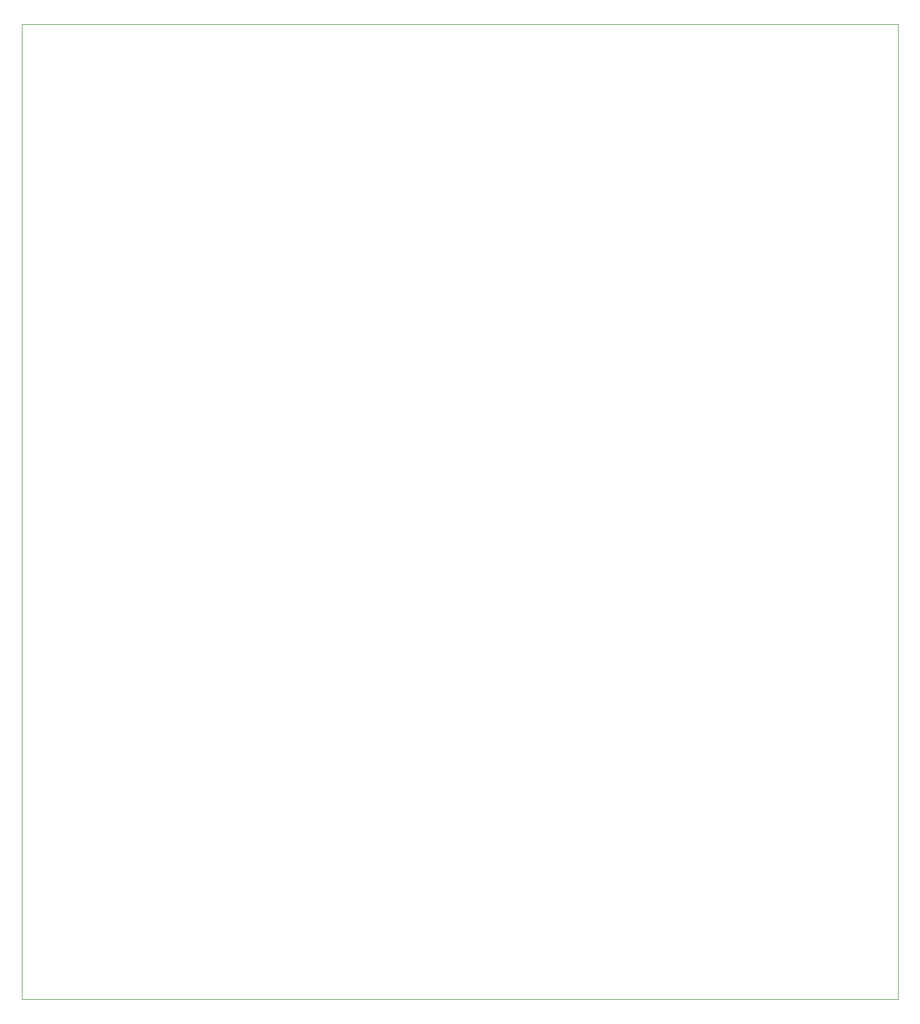
<source format=gm1>
%TF.GenerationSoftware,KiCad,Pcbnew,9.0.2*%
%TF.CreationDate,2025-06-02T11:57:39-04:00*%
%TF.ProjectId,Capstone_Interfacing_PCB,43617073-746f-46e6-955f-496e74657266,v0*%
%TF.SameCoordinates,Original*%
%TF.FileFunction,Profile,NP*%
%FSLAX46Y46*%
G04 Gerber Fmt 4.6, Leading zero omitted, Abs format (unit mm)*
G04 Created by KiCad (PCBNEW 9.0.2) date 2025-06-02 11:57:39*
%MOMM*%
%LPD*%
G01*
G04 APERTURE LIST*
%TA.AperFunction,Profile*%
%ADD10C,0.050000*%
%TD*%
G04 APERTURE END LIST*
D10*
X28000000Y-13040000D02*
X160000000Y-13040000D01*
X160000000Y-159940000D01*
X28000000Y-159940000D01*
X28000000Y-13040000D01*
M02*

</source>
